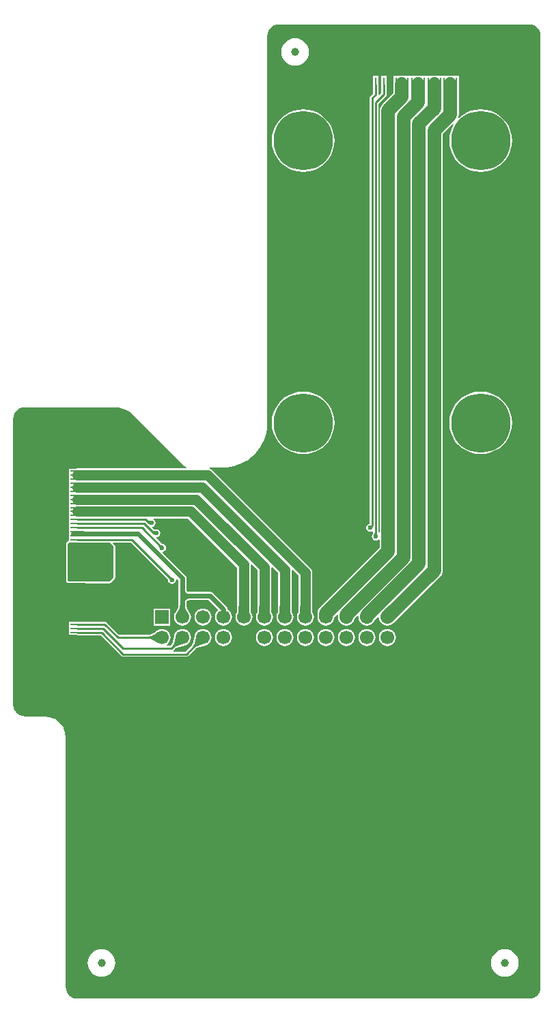
<source format=gtl>
G04 Layer_Physical_Order=1*
G04 Layer_Color=2232046*
%FSLAX44Y44*%
%MOMM*%
G71*
G01*
G75*
%ADD10R,0.2500X1.7000*%
%ADD11R,2.5000X1.7000*%
%ADD12R,2.0500X2.5000*%
%ADD13R,1.3000X1.7000*%
%ADD14R,1.7000X1.3000*%
%ADD15R,1.7000X0.2500*%
%ADD16R,1.7000X2.5000*%
%ADD17R,2.5000X2.0500*%
%ADD18C,1.0000*%
%ADD19C,0.2500*%
%ADD20C,0.6000*%
%ADD21C,1.7000*%
%ADD22C,1.3000*%
%ADD23C,7.3500*%
%ADD24C,1.7000*%
%ADD25R,1.7000X1.7000*%
%ADD26C,0.6000*%
G36*
X20250Y571686D02*
X60314D01*
X65000Y567000D01*
Y565000D01*
Y528000D01*
X60000Y523000D01*
X30500D01*
Y523250D01*
X9750D01*
X8000Y525000D01*
Y551000D01*
Y570000D01*
X9750Y571750D01*
X19930D01*
X20250Y571686D01*
D02*
G37*
G36*
X153460Y512860D02*
X153640Y511840D01*
X153940Y510940D01*
X154360Y510160D01*
X154900Y509500D01*
X155560Y508960D01*
X156340Y508540D01*
X157240Y508240D01*
X158260Y508060D01*
X159400Y508000D01*
Y502000D01*
X158260Y501940D01*
X157240Y501760D01*
X156340Y501460D01*
X155560Y501040D01*
X154900Y500500D01*
X154360Y499840D01*
X153940Y499060D01*
X153640Y498160D01*
X153460Y497140D01*
X153400Y496000D01*
X147400Y505000D01*
X153400Y514000D01*
X153460Y512860D01*
D02*
G37*
G36*
X122179Y569604D02*
X122876Y569035D01*
X123228Y568795D01*
X123582Y568584D01*
X123939Y568403D01*
X124298Y568251D01*
X124658Y568130D01*
X125022Y568037D01*
X125387Y567975D01*
X122025Y564613D01*
X121963Y564978D01*
X121870Y565341D01*
X121749Y565702D01*
X121597Y566061D01*
X121416Y566418D01*
X121206Y566772D01*
X120965Y567124D01*
X120695Y567473D01*
X120396Y567821D01*
X120066Y568166D01*
X121834Y569934D01*
X122179Y569604D01*
D02*
G37*
G36*
X134679Y529604D02*
X135376Y529035D01*
X135728Y528795D01*
X136082Y528584D01*
X136439Y528403D01*
X136798Y528251D01*
X137158Y528130D01*
X137522Y528037D01*
X137887Y527975D01*
X134525Y524613D01*
X134463Y524978D01*
X134370Y525341D01*
X134249Y525702D01*
X134097Y526061D01*
X133916Y526418D01*
X133706Y526772D01*
X133465Y527124D01*
X133195Y527473D01*
X132896Y527821D01*
X132566Y528166D01*
X134334Y529934D01*
X134679Y529604D01*
D02*
G37*
G36*
X309535Y484185D02*
X296065D01*
X296109Y484328D01*
X296149Y484635D01*
X296185Y485105D01*
X296291Y489910D01*
X296300Y492977D01*
X309300D01*
X309535Y484185D01*
D02*
G37*
G36*
X233335D02*
X219865D01*
X219909Y484328D01*
X219949Y484635D01*
X219985Y485105D01*
X220091Y489910D01*
X220100Y492977D01*
X233100D01*
X233335Y484185D01*
D02*
G37*
G36*
X153437Y494185D02*
X153549Y492949D01*
X153736Y491744D01*
X153998Y490571D01*
X154334Y489428D01*
X154745Y488317D01*
X155230Y487237D01*
X155791Y486189D01*
X156426Y485171D01*
X157135Y484185D01*
X143665D01*
X144374Y485171D01*
X145009Y486189D01*
X145570Y487237D01*
X146055Y488317D01*
X146466Y489428D01*
X146802Y490571D01*
X147064Y491744D01*
X147251Y492949D01*
X147363Y494185D01*
X147400Y495453D01*
X153400D01*
X153437Y494185D01*
D02*
G37*
G36*
X284135Y484185D02*
X270665D01*
X270709Y484328D01*
X270749Y484635D01*
X270785Y485105D01*
X270891Y489910D01*
X270900Y492977D01*
X283900D01*
X284135Y484185D01*
D02*
G37*
G36*
X258735D02*
X245265D01*
X245309Y484328D01*
X245349Y484635D01*
X245385Y485105D01*
X245491Y489910D01*
X245500Y492977D01*
X258500D01*
X258735Y484185D01*
D02*
G37*
G36*
X107512Y599289D02*
X107819Y599084D01*
X108152Y598919D01*
X108513Y598795D01*
X108901Y598712D01*
X109315Y598669D01*
X109757Y598667D01*
X110225Y598705D01*
X110721Y598784D01*
X111244Y598903D01*
X109412Y594482D01*
X105995Y597237D01*
X107233Y599535D01*
X107512Y599289D01*
D02*
G37*
G36*
X583195Y1213997D02*
X586229Y1212935D01*
X588951Y1211225D01*
X591224Y1208951D01*
X592935Y1206229D01*
X593997Y1203195D01*
X594392Y1199685D01*
X594392Y20315D01*
X593997Y16805D01*
X592935Y13771D01*
X591225Y11049D01*
X588951Y8775D01*
X586229Y7065D01*
X583195Y6003D01*
X579685Y5608D01*
X20315Y5608D01*
X16805Y6003D01*
X13771Y7065D01*
X11049Y8775D01*
X8775Y11049D01*
X7065Y13771D01*
X6003Y16805D01*
X5608Y20314D01*
X5608Y330000D01*
X5546Y330311D01*
X5573Y330628D01*
X5071Y335078D01*
X4880Y335679D01*
X4792Y336303D01*
X3312Y340530D01*
X2992Y341073D01*
X2768Y341661D01*
X385Y345453D01*
X-48Y345911D01*
X-398Y346435D01*
X-3565Y349602D01*
X-4089Y349952D01*
X-4547Y350385D01*
X-8339Y352768D01*
X-8928Y352992D01*
X-9470Y353312D01*
X-13697Y354792D01*
X-14321Y354880D01*
X-14922Y355071D01*
X-19372Y355573D01*
X-19689Y355546D01*
X-20000Y355608D01*
X-44685Y355608D01*
X-48195Y356003D01*
X-51229Y357065D01*
X-53951Y358775D01*
X-56225Y361049D01*
X-57935Y363771D01*
X-58997Y366805D01*
X-59392Y370315D01*
X-59392Y724685D01*
X-58997Y728195D01*
X-57935Y731229D01*
X-56225Y733951D01*
X-53951Y736225D01*
X-51229Y737935D01*
X-48195Y738997D01*
X-44685Y739392D01*
X65583D01*
X65896Y739455D01*
X70977Y739055D01*
X76238Y737792D01*
X81236Y735721D01*
X85849Y732894D01*
X89724Y729585D01*
X89902Y729319D01*
X153186Y666035D01*
X155005Y664819D01*
X154759Y663573D01*
X20250D01*
X18031Y663281D01*
X17956Y663250D01*
X9750D01*
Y656750D01*
Y646750D01*
Y636750D01*
Y626750D01*
Y616750D01*
Y606750D01*
Y596750D01*
Y586750D01*
Y573789D01*
X8970Y573634D01*
X8308Y573192D01*
X8308Y573192D01*
X6558Y571442D01*
X6116Y570780D01*
X5961Y570000D01*
Y551000D01*
Y525000D01*
X5961Y525000D01*
X6116Y524220D01*
X6558Y523558D01*
X8308Y521808D01*
X8970Y521366D01*
X9750Y521211D01*
X29578D01*
X29720Y521116D01*
X30500Y520961D01*
X60000D01*
X60780Y521116D01*
X61442Y521558D01*
X61442Y521558D01*
X66442Y526558D01*
X66884Y527220D01*
X67039Y528000D01*
Y565000D01*
Y567000D01*
X66884Y567780D01*
X66442Y568442D01*
X64371Y570513D01*
X64857Y571686D01*
X86127D01*
X131517Y526296D01*
X131615Y526183D01*
X131815Y525925D01*
X131986Y525674D01*
X132129Y525433D01*
X132247Y525202D01*
X132341Y524979D01*
X132413Y524764D01*
X132466Y524555D01*
X132515Y524269D01*
X132582Y524094D01*
X132790Y523049D01*
X133895Y521395D01*
X135549Y520290D01*
X137500Y519902D01*
X139451Y520290D01*
X141105Y521395D01*
X142210Y523049D01*
X142598Y525000D01*
X142375Y526119D01*
X143546Y526744D01*
X145302Y524988D01*
Y505000D01*
Y494041D01*
X145226Y493198D01*
X145059Y492122D01*
X144827Y491081D01*
X144530Y490071D01*
X144167Y489090D01*
X143738Y488137D01*
X143243Y487210D01*
X142680Y486308D01*
X142009Y485376D01*
X141939Y485222D01*
X141228Y484295D01*
X140170Y481741D01*
X139809Y479000D01*
X140170Y476259D01*
X141228Y473705D01*
X142911Y471511D01*
X145105Y469828D01*
X147659Y468770D01*
X150400Y468409D01*
X153141Y468770D01*
X155695Y469828D01*
X157889Y471511D01*
X159572Y473705D01*
X160630Y476259D01*
X160991Y479000D01*
X160630Y481741D01*
X159572Y484295D01*
X158861Y485222D01*
X158791Y485376D01*
X158120Y486308D01*
X157557Y487210D01*
X157062Y488137D01*
X156633Y489090D01*
X156271Y490070D01*
X155973Y491081D01*
X155741Y492122D01*
X155574Y493198D01*
X155498Y494041D01*
Y496955D01*
X155622Y497658D01*
X155819Y498248D01*
X156062Y498700D01*
X156349Y499051D01*
X156699Y499338D01*
X157152Y499581D01*
X157742Y499778D01*
X158445Y499902D01*
X182888D01*
X194496Y488294D01*
X194413Y487027D01*
X193711Y486489D01*
X192028Y484295D01*
X190970Y481741D01*
X190609Y479000D01*
X190970Y476259D01*
X192028Y473705D01*
X193711Y471511D01*
X195905Y469828D01*
X198459Y468770D01*
X201200Y468409D01*
X203941Y468770D01*
X206495Y469828D01*
X208689Y471511D01*
X210372Y473705D01*
X211430Y476259D01*
X211791Y479000D01*
X211430Y481741D01*
X210372Y484295D01*
X208689Y486489D01*
X206495Y488172D01*
X206298Y488253D01*
Y488800D01*
X205910Y490751D01*
X204805Y492405D01*
X188605Y508605D01*
X186951Y509710D01*
X185000Y510098D01*
X158445D01*
X157742Y510222D01*
X157152Y510419D01*
X156699Y510662D01*
X156349Y510949D01*
X156062Y511299D01*
X155819Y511752D01*
X155622Y512342D01*
X155498Y513045D01*
Y527100D01*
X155110Y529051D01*
X154005Y530705D01*
X125920Y558790D01*
X126338Y560168D01*
X126951Y560290D01*
X128605Y561395D01*
X129710Y563049D01*
X130098Y565000D01*
X129710Y566951D01*
X128605Y568605D01*
X126951Y569710D01*
X125906Y569918D01*
X125731Y569985D01*
X125445Y570034D01*
X125236Y570087D01*
X125021Y570159D01*
X124798Y570253D01*
X124567Y570371D01*
X124326Y570514D01*
X124099Y570669D01*
X123651Y571035D01*
X117976Y576711D01*
X118484Y577998D01*
X119951Y578290D01*
X121605Y579395D01*
X122710Y581049D01*
X123098Y583000D01*
X122710Y584951D01*
X121605Y586605D01*
X119951Y587710D01*
X118000Y588098D01*
X116988Y587897D01*
X116790Y587891D01*
X116334Y587787D01*
X115982Y587731D01*
X115679Y587706D01*
X115426Y587708D01*
X115221Y587729D01*
X115061Y587763D01*
X114938Y587806D01*
X114841Y587853D01*
X114815Y587871D01*
X112900Y589786D01*
X113318Y591164D01*
X113951Y591290D01*
X115605Y592395D01*
X116710Y594049D01*
X117098Y596000D01*
X116710Y597951D01*
X115605Y599605D01*
X114779Y600157D01*
X115164Y601427D01*
X157032D01*
X218027Y540432D01*
Y488810D01*
X217947Y485204D01*
X217928Y484946D01*
X217428Y484295D01*
X216370Y481741D01*
X216009Y479000D01*
X216370Y476259D01*
X217428Y473705D01*
X219111Y471511D01*
X221305Y469828D01*
X223859Y468770D01*
X226600Y468409D01*
X229341Y468770D01*
X231895Y469828D01*
X234089Y471511D01*
X235772Y473705D01*
X236830Y476259D01*
X237191Y479000D01*
X236830Y481741D01*
X235772Y484295D01*
X235358Y484835D01*
X235173Y491729D01*
Y543489D01*
X236421Y544038D01*
X243427Y537032D01*
Y488810D01*
X243347Y485204D01*
X243328Y484946D01*
X242828Y484295D01*
X241770Y481741D01*
X241409Y479000D01*
X241770Y476259D01*
X242828Y473705D01*
X244511Y471511D01*
X246705Y469828D01*
X249259Y468770D01*
X252000Y468409D01*
X254741Y468770D01*
X257295Y469828D01*
X259489Y471511D01*
X261172Y473705D01*
X262230Y476259D01*
X262591Y479000D01*
X262230Y481741D01*
X261172Y484295D01*
X260758Y484835D01*
X260573Y491729D01*
Y540089D01*
X261821Y540638D01*
X268827Y533632D01*
Y488810D01*
X268747Y485204D01*
X268728Y484946D01*
X268228Y484295D01*
X267170Y481741D01*
X266809Y479000D01*
X267170Y476259D01*
X268228Y473705D01*
X269911Y471511D01*
X272105Y469828D01*
X274659Y468770D01*
X277400Y468409D01*
X280141Y468770D01*
X282695Y469828D01*
X284889Y471511D01*
X286572Y473705D01*
X287630Y476259D01*
X287991Y479000D01*
X287630Y481741D01*
X286572Y484295D01*
X286158Y484835D01*
X285973Y491729D01*
Y536689D01*
X287221Y537238D01*
X294227Y530232D01*
Y488810D01*
X294147Y485204D01*
X294128Y484946D01*
X293628Y484295D01*
X292570Y481741D01*
X292209Y479000D01*
X292570Y476259D01*
X293628Y473705D01*
X295311Y471511D01*
X297505Y469828D01*
X300059Y468770D01*
X302800Y468409D01*
X305541Y468770D01*
X308095Y469828D01*
X310289Y471511D01*
X311972Y473705D01*
X313030Y476259D01*
X313391Y479000D01*
X313030Y481741D01*
X311972Y484295D01*
X311558Y484835D01*
X311373Y491729D01*
Y533783D01*
X311081Y536002D01*
X310225Y538069D01*
X308862Y539845D01*
X187645Y661062D01*
X185870Y662425D01*
X184185Y663122D01*
X184438Y664392D01*
X200000D01*
X200199Y664432D01*
X200400Y664407D01*
X207516Y664915D01*
X207905Y665022D01*
X208308Y665029D01*
X215279Y666546D01*
X215648Y666707D01*
X216046Y666771D01*
X222730Y669264D01*
X223074Y669476D01*
X223458Y669597D01*
X229720Y673016D01*
X230029Y673274D01*
X230393Y673448D01*
X236104Y677723D01*
X236373Y678023D01*
X236708Y678247D01*
X241753Y683292D01*
X241977Y683627D01*
X242277Y683896D01*
X246552Y689607D01*
X246726Y689971D01*
X246984Y690280D01*
X250403Y696542D01*
X250524Y696926D01*
X250736Y697270D01*
X253229Y703954D01*
X253293Y704352D01*
X253454Y704721D01*
X254971Y711692D01*
X254978Y712095D01*
X255084Y712484D01*
X255593Y719600D01*
X255568Y719801D01*
X255608Y720000D01*
X255608Y1199685D01*
X256003Y1203195D01*
X257065Y1206229D01*
X258775Y1208951D01*
X261049Y1211225D01*
X263771Y1212935D01*
X266805Y1213997D01*
X270315Y1214392D01*
X579685D01*
X583195Y1213997D01*
D02*
G37*
G36*
X113512Y586289D02*
X113819Y586084D01*
X114152Y585919D01*
X114513Y585796D01*
X114901Y585712D01*
X115315Y585669D01*
X115757Y585667D01*
X116226Y585705D01*
X116721Y585784D01*
X117244Y585903D01*
X115413Y581482D01*
X111995Y584237D01*
X113233Y586535D01*
X113512Y586289D01*
D02*
G37*
%LPC*%
G36*
X302800Y464191D02*
X300059Y463830D01*
X297505Y462772D01*
X295311Y461089D01*
X293628Y458895D01*
X292570Y456341D01*
X292209Y453600D01*
X292570Y450859D01*
X293628Y448305D01*
X295311Y446111D01*
X297505Y444428D01*
X300059Y443370D01*
X302800Y443009D01*
X305541Y443370D01*
X308095Y444428D01*
X310289Y446111D01*
X311972Y448305D01*
X313030Y450859D01*
X313391Y453600D01*
X313030Y456341D01*
X311972Y458895D01*
X310289Y461089D01*
X308095Y462772D01*
X305541Y463830D01*
X302800Y464191D01*
D02*
G37*
G36*
X277400D02*
X274659Y463830D01*
X272105Y462772D01*
X269911Y461089D01*
X268228Y458895D01*
X267170Y456341D01*
X266809Y453600D01*
X267170Y450859D01*
X268228Y448305D01*
X269911Y446111D01*
X272105Y444428D01*
X274659Y443370D01*
X277400Y443009D01*
X280141Y443370D01*
X282695Y444428D01*
X284889Y446111D01*
X286572Y448305D01*
X287630Y450859D01*
X287991Y453600D01*
X287630Y456341D01*
X286572Y458895D01*
X284889Y461089D01*
X282695Y462772D01*
X280141Y463830D01*
X277400Y464191D01*
D02*
G37*
G36*
X328200D02*
X325459Y463830D01*
X322905Y462772D01*
X320711Y461089D01*
X319028Y458895D01*
X317970Y456341D01*
X317609Y453600D01*
X317970Y450859D01*
X319028Y448305D01*
X320711Y446111D01*
X322905Y444428D01*
X325459Y443370D01*
X328200Y443009D01*
X330941Y443370D01*
X333495Y444428D01*
X335689Y446111D01*
X337372Y448305D01*
X338430Y450859D01*
X338791Y453600D01*
X338430Y456341D01*
X337372Y458895D01*
X335689Y461089D01*
X333495Y462772D01*
X330941Y463830D01*
X328200Y464191D01*
D02*
G37*
G36*
X379000D02*
X376259Y463830D01*
X373705Y462772D01*
X371511Y461089D01*
X369828Y458895D01*
X368770Y456341D01*
X368409Y453600D01*
X368770Y450859D01*
X369828Y448305D01*
X371511Y446111D01*
X373705Y444428D01*
X376259Y443370D01*
X379000Y443009D01*
X381741Y443370D01*
X384295Y444428D01*
X386489Y446111D01*
X388172Y448305D01*
X389230Y450859D01*
X389591Y453600D01*
X389230Y456341D01*
X388172Y458895D01*
X386489Y461089D01*
X384295Y462772D01*
X381741Y463830D01*
X379000Y464191D01*
D02*
G37*
G36*
X353600D02*
X350859Y463830D01*
X348305Y462772D01*
X346111Y461089D01*
X344428Y458895D01*
X343370Y456341D01*
X343009Y453600D01*
X343370Y450859D01*
X344428Y448305D01*
X346111Y446111D01*
X348305Y444428D01*
X350859Y443370D01*
X353600Y443009D01*
X356341Y443370D01*
X358895Y444428D01*
X361089Y446111D01*
X362772Y448305D01*
X363830Y450859D01*
X364191Y453600D01*
X363830Y456341D01*
X362772Y458895D01*
X361089Y461089D01*
X358895Y462772D01*
X356341Y463830D01*
X353600Y464191D01*
D02*
G37*
G36*
X550000Y67082D02*
X546667Y66754D01*
X543463Y65782D01*
X540510Y64203D01*
X537921Y62079D01*
X535797Y59490D01*
X534218Y56537D01*
X533246Y53333D01*
X532918Y50000D01*
X533246Y46667D01*
X534218Y43463D01*
X535797Y40510D01*
X537921Y37921D01*
X540510Y35797D01*
X543463Y34218D01*
X546667Y33246D01*
X550000Y32918D01*
X553333Y33246D01*
X556537Y34218D01*
X559490Y35797D01*
X562079Y37921D01*
X564203Y40510D01*
X565782Y43463D01*
X566754Y46667D01*
X567082Y50000D01*
X566754Y53333D01*
X565782Y56537D01*
X564203Y59490D01*
X562079Y62079D01*
X559490Y64203D01*
X556537Y65782D01*
X553333Y66754D01*
X550000Y67082D01*
D02*
G37*
G36*
X50000D02*
X46667Y66754D01*
X43463Y65782D01*
X40510Y64203D01*
X37921Y62079D01*
X35797Y59490D01*
X34218Y56537D01*
X33246Y53333D01*
X32918Y50000D01*
X33246Y46667D01*
X34218Y43463D01*
X35797Y40510D01*
X37921Y37921D01*
X40510Y35797D01*
X43463Y34218D01*
X46667Y33246D01*
X50000Y32918D01*
X53333Y33246D01*
X56537Y34218D01*
X59490Y35797D01*
X62079Y37921D01*
X64203Y40510D01*
X65782Y43463D01*
X66754Y46667D01*
X67082Y50000D01*
X66754Y53333D01*
X65782Y56537D01*
X64203Y59490D01*
X62079Y62079D01*
X59490Y64203D01*
X56537Y65782D01*
X53333Y66754D01*
X50000Y67082D01*
D02*
G37*
G36*
X54000Y473314D02*
X20000D01*
X19680Y473250D01*
X9500D01*
Y466750D01*
Y456750D01*
X19680D01*
X20000Y456686D01*
X48628D01*
X74657Y430657D01*
X75732Y429939D01*
X77000Y429686D01*
X155200D01*
X156468Y429939D01*
X157543Y430657D01*
X166444Y439558D01*
X166710Y439795D01*
X167366Y440264D01*
X168147Y440721D01*
X169027Y441144D01*
X171286Y441963D01*
X172528Y442302D01*
X175520Y442909D01*
X177192Y443153D01*
X177367Y443216D01*
X178541Y443370D01*
X181095Y444428D01*
X183289Y446111D01*
X184972Y448305D01*
X186030Y450859D01*
X186391Y453600D01*
X186030Y456341D01*
X184972Y458895D01*
X183289Y461089D01*
X181095Y462772D01*
X178541Y463830D01*
X175800Y464191D01*
X173059Y463830D01*
X170505Y462772D01*
X168311Y461089D01*
X166628Y458895D01*
X165570Y456341D01*
X165416Y455167D01*
X165353Y454992D01*
X165106Y453301D01*
X164829Y451785D01*
X164148Y449034D01*
X163771Y447893D01*
X163358Y446856D01*
X162921Y445947D01*
X162464Y445166D01*
X161995Y444510D01*
X161758Y444244D01*
X153827Y436314D01*
X139419D01*
X139033Y437584D01*
X139143Y437657D01*
X141044Y439557D01*
X141310Y439795D01*
X141966Y440264D01*
X142747Y440721D01*
X143627Y441144D01*
X145886Y441963D01*
X147128Y442302D01*
X150120Y442909D01*
X151792Y443153D01*
X151967Y443216D01*
X153141Y443370D01*
X155695Y444428D01*
X157889Y446111D01*
X159572Y448305D01*
X160630Y450859D01*
X160991Y453600D01*
X160630Y456341D01*
X159572Y458895D01*
X157889Y461089D01*
X155695Y462772D01*
X153141Y463830D01*
X150400Y464191D01*
X147659Y463830D01*
X145105Y462772D01*
X142911Y461089D01*
X141228Y458895D01*
X140170Y456341D01*
X140016Y455167D01*
X139953Y454992D01*
X139706Y453301D01*
X139429Y451785D01*
X138748Y449034D01*
X138371Y447893D01*
X137958Y446856D01*
X137521Y445947D01*
X137064Y445166D01*
X136595Y444510D01*
X136357Y444244D01*
X135428Y443314D01*
X130840D01*
X130604Y443797D01*
X130498Y444584D01*
X132489Y446111D01*
X134172Y448305D01*
X135230Y450859D01*
X135591Y453600D01*
X135230Y456341D01*
X134172Y458895D01*
X132489Y461089D01*
X130295Y462772D01*
X127741Y463830D01*
X125000Y464191D01*
X122259Y463830D01*
X119705Y462772D01*
X118765Y462051D01*
X118597Y461971D01*
X117226Y460950D01*
X115958Y460074D01*
X113532Y458611D01*
X112459Y458070D01*
X111434Y457629D01*
X110482Y457295D01*
X109606Y457066D01*
X108811Y456934D01*
X108455Y456914D01*
X71773D01*
X56343Y472343D01*
X55268Y473061D01*
X55058Y473103D01*
X54000Y473314D01*
D02*
G37*
G36*
X252000Y464191D02*
X249259Y463830D01*
X246705Y462772D01*
X244511Y461089D01*
X242828Y458895D01*
X241770Y456341D01*
X241409Y453600D01*
X241770Y450859D01*
X242828Y448305D01*
X244511Y446111D01*
X246705Y444428D01*
X249259Y443370D01*
X252000Y443009D01*
X254741Y443370D01*
X257295Y444428D01*
X259489Y446111D01*
X261172Y448305D01*
X262230Y450859D01*
X262591Y453600D01*
X262230Y456341D01*
X261172Y458895D01*
X259489Y461089D01*
X257295Y462772D01*
X254741Y463830D01*
X252000Y464191D01*
D02*
G37*
G36*
X201200D02*
X198459Y463830D01*
X195905Y462772D01*
X193711Y461089D01*
X192028Y458895D01*
X190970Y456341D01*
X190609Y453600D01*
X190970Y450859D01*
X192028Y448305D01*
X193711Y446111D01*
X195905Y444428D01*
X198459Y443370D01*
X201200Y443009D01*
X203941Y443370D01*
X206495Y444428D01*
X208689Y446111D01*
X210372Y448305D01*
X211430Y450859D01*
X211791Y453600D01*
X211430Y456341D01*
X210372Y458895D01*
X208689Y461089D01*
X206495Y462772D01*
X203941Y463830D01*
X201200Y464191D01*
D02*
G37*
G36*
X300000Y1108870D02*
X293919Y1108391D01*
X287989Y1106967D01*
X282353Y1104633D01*
X277153Y1101446D01*
X272515Y1097485D01*
X268554Y1092847D01*
X265367Y1087646D01*
X263033Y1082011D01*
X261609Y1076081D01*
X261130Y1070000D01*
X261609Y1063919D01*
X263033Y1057989D01*
X265367Y1052354D01*
X268554Y1047153D01*
X272515Y1042515D01*
X277153Y1038554D01*
X282353Y1035367D01*
X287989Y1033033D01*
X293919Y1031609D01*
X300000Y1031130D01*
X306081Y1031609D01*
X312011Y1033033D01*
X317647Y1035367D01*
X322847Y1038554D01*
X327485Y1042515D01*
X331446Y1047153D01*
X334633Y1052354D01*
X336967Y1057989D01*
X338391Y1063919D01*
X338870Y1070000D01*
X338391Y1076081D01*
X336967Y1082011D01*
X334633Y1087646D01*
X331446Y1092847D01*
X327485Y1097485D01*
X322847Y1101446D01*
X317647Y1104633D01*
X312011Y1106967D01*
X306081Y1108391D01*
X300000Y1108870D01*
D02*
G37*
G36*
X482500Y1150591D02*
X479912Y1150250D01*
X465088D01*
X462500Y1150591D01*
X459912Y1150250D01*
X445088D01*
X442500Y1150591D01*
X439912Y1150250D01*
X425088D01*
X422500Y1150591D01*
X419912Y1150250D01*
X411750D01*
Y1129250D01*
X411750Y1129250D01*
X411750D01*
X411750Y1129250D01*
X411313Y1128161D01*
X398011Y1114859D01*
X396328Y1112665D01*
X395270Y1110111D01*
X394909Y1107370D01*
X394909Y1107370D01*
Y584120D01*
X394883Y584067D01*
X393639Y583445D01*
X393623Y583457D01*
X393352Y583837D01*
X393314Y584221D01*
Y1116127D01*
X402343Y1125157D01*
X403061Y1126232D01*
X403314Y1127500D01*
Y1139750D01*
X403250Y1140070D01*
Y1150250D01*
X396750D01*
Y1140070D01*
X396686Y1139750D01*
Y1128873D01*
X394434Y1126620D01*
X393263Y1127245D01*
X393314Y1127500D01*
Y1139750D01*
X393250Y1140070D01*
Y1150250D01*
X386750D01*
Y1140070D01*
X386686Y1139750D01*
Y1128873D01*
X383157Y1125343D01*
X382439Y1124268D01*
X382186Y1123000D01*
Y594935D01*
X381049Y594709D01*
X379396Y593604D01*
X378290Y591950D01*
X377902Y589999D01*
X378290Y588048D01*
X379396Y586394D01*
X381049Y585289D01*
X383000Y584901D01*
X384951Y585289D01*
X385416Y585600D01*
X386686Y584921D01*
Y584147D01*
X386675Y583998D01*
X386634Y583674D01*
X386577Y583376D01*
X386508Y583104D01*
X386428Y582857D01*
X386337Y582634D01*
X386236Y582430D01*
X386126Y582245D01*
X385958Y582008D01*
X385882Y581836D01*
X385290Y580951D01*
X384902Y579000D01*
X385290Y577049D01*
X386395Y575395D01*
X388049Y574290D01*
X390000Y573902D01*
X391951Y574290D01*
X393605Y575395D01*
X393639Y575447D01*
X394909Y575062D01*
Y565097D01*
X320711Y490899D01*
X319028Y488705D01*
X317970Y486151D01*
X317609Y483410D01*
X317900Y481205D01*
X317609Y479000D01*
X317970Y476259D01*
X319028Y473705D01*
X320711Y471511D01*
X322905Y469828D01*
X325459Y468770D01*
X328200Y468409D01*
X330941Y468770D01*
X333495Y469828D01*
X335689Y471511D01*
X337372Y473705D01*
X338430Y476259D01*
X338791Y479000D01*
X338788Y479021D01*
X341762Y481995D01*
X343009Y481446D01*
Y479000D01*
X343370Y476259D01*
X344428Y473705D01*
X346111Y471511D01*
X348305Y469828D01*
X350859Y468770D01*
X353600Y468409D01*
X356341Y468770D01*
X358895Y469828D01*
X361089Y471511D01*
X362772Y473705D01*
X363830Y476259D01*
X363971Y477334D01*
X367162Y480525D01*
X368409Y479976D01*
Y479000D01*
X368770Y476259D01*
X369828Y473705D01*
X371511Y471511D01*
X373705Y469828D01*
X376259Y468770D01*
X379000Y468409D01*
X381741Y468770D01*
X384295Y469828D01*
X386489Y471511D01*
X388172Y473705D01*
X388850Y475343D01*
X392627Y479119D01*
X393867Y478563D01*
X394170Y476259D01*
X395228Y473705D01*
X396911Y471511D01*
X399105Y469828D01*
X401659Y468770D01*
X404400Y468409D01*
X407141Y468770D01*
X409695Y469828D01*
X411889Y471511D01*
X469989Y529611D01*
X469989Y529611D01*
X471672Y531805D01*
X472730Y534359D01*
X473091Y537100D01*
X473091Y537100D01*
Y1078113D01*
X485861Y1090884D01*
X486865Y1090092D01*
X485367Y1087646D01*
X483033Y1082011D01*
X481609Y1076081D01*
X481130Y1070000D01*
X481609Y1063919D01*
X483033Y1057989D01*
X485367Y1052354D01*
X488554Y1047153D01*
X492515Y1042515D01*
X497153Y1038554D01*
X502354Y1035367D01*
X507989Y1033033D01*
X513919Y1031609D01*
X520000Y1031130D01*
X526081Y1031609D01*
X532011Y1033033D01*
X537646Y1035367D01*
X542847Y1038554D01*
X547485Y1042515D01*
X551446Y1047153D01*
X554633Y1052354D01*
X556967Y1057989D01*
X558391Y1063919D01*
X558870Y1070000D01*
X558391Y1076081D01*
X556967Y1082011D01*
X554633Y1087646D01*
X551446Y1092847D01*
X547485Y1097485D01*
X542847Y1101446D01*
X537646Y1104633D01*
X532011Y1106967D01*
X526081Y1108391D01*
X520000Y1108870D01*
X513919Y1108391D01*
X507989Y1106967D01*
X502354Y1104633D01*
X497153Y1101446D01*
X493517Y1098341D01*
X492460Y1099109D01*
X492730Y1099759D01*
X493091Y1102500D01*
X493091Y1102500D01*
Y1129250D01*
X493250D01*
Y1150250D01*
X485088D01*
X482500Y1150591D01*
D02*
G37*
G36*
X300000Y758869D02*
X293919Y758390D01*
X287989Y756966D01*
X282353Y754632D01*
X277153Y751445D01*
X272515Y747484D01*
X268554Y742846D01*
X265367Y737645D01*
X263033Y732010D01*
X261609Y726079D01*
X261130Y719999D01*
X261609Y713918D01*
X263033Y707987D01*
X265367Y702352D01*
X268554Y697152D01*
X272515Y692514D01*
X277153Y688552D01*
X282353Y685366D01*
X287989Y683031D01*
X293919Y681608D01*
X300000Y681129D01*
X306081Y681608D01*
X312011Y683031D01*
X317647Y685366D01*
X322847Y688552D01*
X327485Y692514D01*
X331446Y697152D01*
X334633Y702352D01*
X336967Y707987D01*
X338391Y713918D01*
X338870Y719999D01*
X338391Y726079D01*
X336967Y732010D01*
X334633Y737645D01*
X331446Y742846D01*
X327485Y747484D01*
X322847Y751445D01*
X317647Y754632D01*
X312011Y756966D01*
X306081Y758390D01*
X300000Y758869D01*
D02*
G37*
G36*
X520000Y758870D02*
X513919Y758391D01*
X507989Y756967D01*
X502354Y754633D01*
X497153Y751446D01*
X492515Y747485D01*
X488554Y742847D01*
X485367Y737646D01*
X483033Y732011D01*
X481609Y726081D01*
X481130Y720000D01*
X481609Y713919D01*
X483033Y707989D01*
X485367Y702354D01*
X488554Y697153D01*
X492515Y692515D01*
X497153Y688554D01*
X502354Y685367D01*
X507989Y683033D01*
X513919Y681609D01*
X520000Y681130D01*
X526081Y681609D01*
X532011Y683033D01*
X537646Y685367D01*
X542847Y688554D01*
X547485Y692515D01*
X551446Y697153D01*
X554633Y702354D01*
X556967Y707989D01*
X558391Y713919D01*
X558870Y720000D01*
X558391Y726081D01*
X556967Y732011D01*
X554633Y737646D01*
X551446Y742847D01*
X547485Y747485D01*
X542847Y751446D01*
X537646Y754633D01*
X532011Y756967D01*
X526081Y758391D01*
X520000Y758870D01*
D02*
G37*
G36*
X290000Y1197082D02*
X286667Y1196754D01*
X283463Y1195782D01*
X280510Y1194203D01*
X277921Y1192079D01*
X275797Y1189490D01*
X274218Y1186537D01*
X273246Y1183333D01*
X272918Y1180000D01*
X273246Y1176667D01*
X274218Y1173463D01*
X275797Y1170510D01*
X277921Y1167921D01*
X280510Y1165797D01*
X283463Y1164218D01*
X286667Y1163246D01*
X290000Y1162918D01*
X293333Y1163246D01*
X296537Y1164218D01*
X299490Y1165797D01*
X302079Y1167921D01*
X304203Y1170510D01*
X305782Y1173463D01*
X306754Y1176667D01*
X307082Y1180000D01*
X306754Y1183333D01*
X305782Y1186537D01*
X304203Y1189490D01*
X302079Y1192079D01*
X299490Y1194203D01*
X296537Y1195782D01*
X293333Y1196754D01*
X290000Y1197082D01*
D02*
G37*
G36*
X404400Y464191D02*
X401659Y463830D01*
X399105Y462772D01*
X396911Y461089D01*
X395228Y458895D01*
X394170Y456341D01*
X393809Y453600D01*
X394170Y450859D01*
X395228Y448305D01*
X396911Y446111D01*
X399105Y444428D01*
X401659Y443370D01*
X404400Y443009D01*
X407141Y443370D01*
X409695Y444428D01*
X411889Y446111D01*
X413572Y448305D01*
X414630Y450859D01*
X414991Y453600D01*
X414630Y456341D01*
X413572Y458895D01*
X411889Y461089D01*
X409695Y462772D01*
X407141Y463830D01*
X404400Y464191D01*
D02*
G37*
G36*
X175800Y489591D02*
X173059Y489230D01*
X170505Y488172D01*
X168311Y486489D01*
X166628Y484295D01*
X165570Y481741D01*
X165209Y479000D01*
X165570Y476259D01*
X166628Y473705D01*
X168311Y471511D01*
X170505Y469828D01*
X173059Y468770D01*
X175800Y468409D01*
X178541Y468770D01*
X181095Y469828D01*
X183289Y471511D01*
X184972Y473705D01*
X186030Y476259D01*
X186391Y479000D01*
X186030Y481741D01*
X184972Y484295D01*
X183289Y486489D01*
X181095Y488172D01*
X178541Y489230D01*
X175800Y489591D01*
D02*
G37*
G36*
X135500Y489500D02*
X114500D01*
Y468500D01*
X135500D01*
Y489500D01*
D02*
G37*
%LPD*%
G36*
X391261Y584250D02*
X391351Y583355D01*
X391430Y582936D01*
X391532Y582536D01*
X391656Y582156D01*
X391802Y581796D01*
X391971Y581455D01*
X392163Y581133D01*
X392377Y580830D01*
X387623D01*
X387837Y581133D01*
X388029Y581455D01*
X388198Y581796D01*
X388344Y582156D01*
X388468Y582536D01*
X388570Y582936D01*
X388648Y583355D01*
X388705Y583793D01*
X388739Y584250D01*
X388750Y584727D01*
X391250D01*
X391261Y584250D01*
D02*
G37*
G36*
X119815Y446865D02*
X118415Y447907D01*
X115767Y449662D01*
X114519Y450375D01*
X112175Y451472D01*
X111078Y451856D01*
X110032Y452131D01*
X109037Y452295D01*
X108092Y452350D01*
Y454850D01*
X109037Y454905D01*
X110032Y455069D01*
X111078Y455344D01*
X112175Y455728D01*
X113322Y456221D01*
X114519Y456825D01*
X117066Y458361D01*
X118415Y459293D01*
X119815Y460335D01*
Y446865D01*
D02*
G37*
G36*
X176896Y445171D02*
X175170Y444918D01*
X172056Y444287D01*
X170669Y443909D01*
X168235Y443027D01*
X167189Y442523D01*
X166255Y441977D01*
X165435Y441390D01*
X164728Y440761D01*
X162961Y442528D01*
X163590Y443235D01*
X164177Y444055D01*
X164723Y444989D01*
X165226Y446035D01*
X165688Y447196D01*
X166109Y448469D01*
X166823Y451356D01*
X167118Y452970D01*
X167371Y454696D01*
X176896Y445171D01*
D02*
G37*
G36*
X151496D02*
X149769Y444918D01*
X146656Y444287D01*
X145269Y443909D01*
X142836Y443027D01*
X141789Y442523D01*
X140855Y441977D01*
X140035Y441390D01*
X139328Y440761D01*
X137561Y442528D01*
X138190Y443235D01*
X138777Y444055D01*
X139323Y444989D01*
X139826Y446035D01*
X140288Y447196D01*
X140709Y448469D01*
X141423Y451356D01*
X141718Y452970D01*
X141971Y454696D01*
X151496Y445171D01*
D02*
G37*
D10*
X490000Y1139750D02*
D03*
X485000D02*
D03*
X480000D02*
D03*
X475000D02*
D03*
X470000D02*
D03*
X465000D02*
D03*
X460000D02*
D03*
X455000D02*
D03*
X450000D02*
D03*
X445000D02*
D03*
X440000D02*
D03*
X435000D02*
D03*
X430000D02*
D03*
X425000D02*
D03*
X420000D02*
D03*
X415000D02*
D03*
X410000D02*
D03*
X405000D02*
D03*
X400000D02*
D03*
X395000D02*
D03*
X390000D02*
D03*
D11*
X520000D02*
D03*
X360000D02*
D03*
X520000Y1190250D02*
D03*
X360000D02*
D03*
D12*
X549000Y1170500D02*
D03*
X331000D02*
D03*
D13*
X490000Y1190250D02*
D03*
X460000D02*
D03*
X420000D02*
D03*
X390000D02*
D03*
D14*
X-30250Y460000D02*
D03*
Y660000D02*
D03*
Y620000D02*
D03*
Y580000D02*
D03*
Y500000D02*
D03*
Y540000D02*
D03*
D15*
X20000Y460000D02*
D03*
Y465000D02*
D03*
Y470000D02*
D03*
Y475000D02*
D03*
Y480000D02*
D03*
Y485000D02*
D03*
Y490000D02*
D03*
Y495000D02*
D03*
Y500000D02*
D03*
Y505000D02*
D03*
Y510000D02*
D03*
Y515000D02*
D03*
Y520000D02*
D03*
Y525000D02*
D03*
Y530000D02*
D03*
Y535000D02*
D03*
Y540000D02*
D03*
Y545000D02*
D03*
Y550000D02*
D03*
Y555000D02*
D03*
X20250Y560000D02*
D03*
Y565000D02*
D03*
Y570000D02*
D03*
Y575000D02*
D03*
Y580000D02*
D03*
Y585000D02*
D03*
Y590000D02*
D03*
Y595000D02*
D03*
Y600000D02*
D03*
Y605000D02*
D03*
Y610000D02*
D03*
Y615000D02*
D03*
Y620000D02*
D03*
Y625000D02*
D03*
Y630000D02*
D03*
Y635000D02*
D03*
Y640000D02*
D03*
Y645000D02*
D03*
Y650000D02*
D03*
Y655000D02*
D03*
Y660000D02*
D03*
D16*
X-30250Y430000D02*
D03*
Y690000D02*
D03*
X20250Y430000D02*
D03*
Y690000D02*
D03*
D17*
X-10500Y401000D02*
D03*
Y719000D02*
D03*
D18*
X290000Y1180000D02*
D03*
X50000Y50000D02*
D03*
X550000D02*
D03*
D19*
X155200Y433000D02*
X175800Y453600D01*
X136800Y440000D02*
X150400Y453600D01*
X109000Y596000D02*
X112000D01*
X105000Y600000D02*
X109000Y596000D01*
X115000Y583000D02*
X118000D01*
X103000Y595000D02*
X115000Y583000D01*
X20250Y600000D02*
X105000D01*
X20250Y595000D02*
X103000D01*
X100000Y590000D02*
X125000Y565000D01*
X383000Y589999D02*
X385500Y592498D01*
Y1123000D01*
X87500Y575000D02*
X137500Y525000D01*
X20250Y575000D02*
X87500D01*
X20250Y590000D02*
X100000D01*
X385500Y1123000D02*
X390000Y1127500D01*
Y1139750D01*
X390000Y579000D02*
Y1117500D01*
X400000Y1127500D01*
Y1139750D01*
X20000Y470000D02*
X54000D01*
X70400Y453600D01*
X125000D01*
X20000Y465000D02*
X52000D01*
X77000Y440000D01*
X136800D01*
X20000Y460000D02*
X50000D01*
X77000Y433000D01*
X155200D01*
D20*
X95000Y582500D02*
X150400Y527100D01*
X15000Y582500D02*
X95000D01*
X201200Y479000D02*
Y488800D01*
X185000Y505000D02*
X201200Y488800D01*
X150400Y505000D02*
X185000D01*
X150400Y479000D02*
Y505000D01*
Y527100D01*
D21*
X422500Y1124370D02*
Y1140000D01*
X405500Y1107370D02*
X422500Y1124370D01*
X442500Y1117500D02*
Y1140000D01*
X424500Y1099500D02*
X442500Y1117500D01*
X443500Y1091000D02*
X462500Y1110000D01*
Y1082500D02*
X482500Y1102500D01*
X462500Y1110000D02*
Y1140000D01*
X482500Y1102500D02*
Y1140000D01*
X462500Y537100D02*
Y1082500D01*
X404400Y479000D02*
X462500Y537100D01*
X443500Y544970D02*
Y1091000D01*
X379000Y480470D02*
X443500Y544970D01*
X379000Y479000D02*
Y480470D01*
X424500Y552840D02*
Y1099500D01*
X353600Y481940D02*
X424500Y552840D01*
X353600Y479000D02*
Y481940D01*
X405500Y560710D02*
Y1107370D01*
X328200Y483410D02*
X405500Y560710D01*
D22*
X20250Y625000D02*
X167583D01*
X252000Y540583D01*
Y479000D02*
Y540583D01*
X20250Y640000D02*
X174583D01*
X277400Y537183D01*
Y479000D02*
Y537183D01*
X20250Y655000D02*
X181583D01*
X302800Y533783D01*
Y479000D02*
Y533783D01*
X226600Y479000D02*
Y543983D01*
X20250Y610000D02*
X160583D01*
X226600Y543983D01*
D23*
X520000Y720000D02*
D03*
Y1070000D02*
D03*
X300000Y719999D02*
D03*
Y1070000D02*
D03*
D24*
X277400Y453600D02*
D03*
Y479000D02*
D03*
X252000Y453600D02*
D03*
Y479000D02*
D03*
X226600D02*
D03*
X201200D02*
D03*
X175800D02*
D03*
X150400D02*
D03*
X125000Y453600D02*
D03*
X150400D02*
D03*
X175800D02*
D03*
X201200D02*
D03*
X226600D02*
D03*
X302800Y479000D02*
D03*
X328200D02*
D03*
X353600D02*
D03*
X302800Y453600D02*
D03*
X328200D02*
D03*
X353600D02*
D03*
X404400D02*
D03*
X379000D02*
D03*
X404400Y479000D02*
D03*
X379000D02*
D03*
D25*
X125000D02*
D03*
D26*
X165583Y559000D02*
D03*
Y534000D02*
D03*
X190583Y549000D02*
D03*
Y524000D02*
D03*
X47500Y540000D02*
D03*
Y555000D02*
D03*
X55000Y532500D02*
D03*
X40000D02*
D03*
Y547500D02*
D03*
X55000D02*
D03*
Y562500D02*
D03*
X40000D02*
D03*
X112000Y596000D02*
D03*
X118000Y583000D02*
D03*
X125000Y565000D02*
D03*
X383000Y589999D02*
D03*
X390000Y579000D02*
D03*
X137500Y525000D02*
D03*
X50000Y510000D02*
D03*
X70000D02*
D03*
X90000D02*
D03*
X60000Y500000D02*
D03*
X80000D02*
D03*
X90000Y490000D02*
D03*
X70000D02*
D03*
X50000D02*
D03*
X60000Y480000D02*
D03*
X80000D02*
D03*
X90000Y470000D02*
D03*
X70000D02*
D03*
X80000Y520000D02*
D03*
X90000Y530000D02*
D03*
X-5000Y510000D02*
D03*
Y490000D02*
D03*
Y470000D02*
D03*
Y530000D02*
D03*
X26000Y66000D02*
D03*
X76000Y166000D02*
D03*
X26000Y266000D02*
D03*
X76000Y366000D02*
D03*
Y566000D02*
D03*
X126000Y66000D02*
D03*
X176000Y166000D02*
D03*
X126000Y266000D02*
D03*
X176000Y366000D02*
D03*
Y566000D02*
D03*
X226000Y66000D02*
D03*
X276000Y166000D02*
D03*
X226000Y266000D02*
D03*
X276000Y366000D02*
D03*
X226000Y666000D02*
D03*
X276000Y766000D02*
D03*
Y966000D02*
D03*
X326000Y66000D02*
D03*
X376000Y166000D02*
D03*
X326000Y266000D02*
D03*
X376000Y366000D02*
D03*
Y566000D02*
D03*
X326000Y666000D02*
D03*
X376000Y766000D02*
D03*
X326000Y866000D02*
D03*
X376000Y966000D02*
D03*
X426000Y66000D02*
D03*
X476000Y166000D02*
D03*
X426000Y266000D02*
D03*
X476000Y366000D02*
D03*
X426000Y466000D02*
D03*
X476000Y766000D02*
D03*
Y966000D02*
D03*
X526000Y66000D02*
D03*
X576000Y166000D02*
D03*
X526000Y266000D02*
D03*
X576000Y366000D02*
D03*
X526000Y466000D02*
D03*
X576000Y566000D02*
D03*
X526000Y666000D02*
D03*
X576000Y766000D02*
D03*
X526000Y866000D02*
D03*
X576000Y966000D02*
D03*
M02*

</source>
